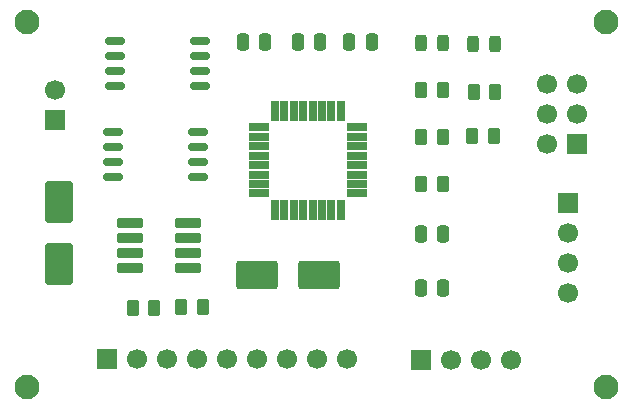
<source format=gbr>
%TF.GenerationSoftware,KiCad,Pcbnew,9.0.4*%
%TF.CreationDate,2025-12-07T17:14:32+03:30*%
%TF.ProjectId,MCU_Data logger003,4d43555f-4461-4746-9120-6c6f67676572,1*%
%TF.SameCoordinates,Original*%
%TF.FileFunction,Soldermask,Top*%
%TF.FilePolarity,Negative*%
%FSLAX46Y46*%
G04 Gerber Fmt 4.6, Leading zero omitted, Abs format (unit mm)*
G04 Created by KiCad (PCBNEW 9.0.4) date 2025-12-07 17:14:32*
%MOMM*%
%LPD*%
G01*
G04 APERTURE LIST*
G04 Aperture macros list*
%AMRoundRect*
0 Rectangle with rounded corners*
0 $1 Rounding radius*
0 $2 $3 $4 $5 $6 $7 $8 $9 X,Y pos of 4 corners*
0 Add a 4 corners polygon primitive as box body*
4,1,4,$2,$3,$4,$5,$6,$7,$8,$9,$2,$3,0*
0 Add four circle primitives for the rounded corners*
1,1,$1+$1,$2,$3*
1,1,$1+$1,$4,$5*
1,1,$1+$1,$6,$7*
1,1,$1+$1,$8,$9*
0 Add four rect primitives between the rounded corners*
20,1,$1+$1,$2,$3,$4,$5,0*
20,1,$1+$1,$4,$5,$6,$7,0*
20,1,$1+$1,$6,$7,$8,$9,0*
20,1,$1+$1,$8,$9,$2,$3,0*%
G04 Aperture macros list end*
%ADD10C,2.100000*%
%ADD11RoundRect,0.243750X-0.243750X-0.456250X0.243750X-0.456250X0.243750X0.456250X-0.243750X0.456250X0*%
%ADD12RoundRect,0.250000X-0.250000X-0.475000X0.250000X-0.475000X0.250000X0.475000X-0.250000X0.475000X0*%
%ADD13RoundRect,0.250000X-0.262500X-0.450000X0.262500X-0.450000X0.262500X0.450000X-0.262500X0.450000X0*%
%ADD14R,1.700000X1.700000*%
%ADD15C,1.700000*%
%ADD16RoundRect,0.250000X0.250000X0.475000X-0.250000X0.475000X-0.250000X-0.475000X0.250000X-0.475000X0*%
%ADD17RoundRect,0.162500X-0.650000X-0.162500X0.650000X-0.162500X0.650000X0.162500X-0.650000X0.162500X0*%
%ADD18RoundRect,0.250000X0.262500X0.450000X-0.262500X0.450000X-0.262500X-0.450000X0.262500X-0.450000X0*%
%ADD19RoundRect,0.099250X-0.987750X-0.297750X0.987750X-0.297750X0.987750X0.297750X-0.987750X0.297750X0*%
%ADD20RoundRect,0.094250X-0.742750X-0.282750X0.742750X-0.282750X0.742750X0.282750X-0.742750X0.282750X0*%
%ADD21RoundRect,0.094250X-0.282750X-0.742750X0.282750X-0.742750X0.282750X0.742750X-0.282750X0.742750X0*%
%ADD22RoundRect,0.250001X0.949999X-1.499999X0.949999X1.499999X-0.949999X1.499999X-0.949999X-1.499999X0*%
%ADD23RoundRect,0.250001X-1.499999X-0.949999X1.499999X-0.949999X1.499999X0.949999X-1.499999X0.949999X0*%
G04 APERTURE END LIST*
D10*
%TO.C,H4*%
X149984735Y-123438000D03*
%TD*%
%TO.C,H3*%
X149984735Y-92513000D03*
%TD*%
%TO.C,H2*%
X101009735Y-92513000D03*
%TD*%
%TO.C,H1*%
X101009735Y-123438000D03*
%TD*%
D11*
%TO.C,D2*%
X134356400Y-94363000D03*
X136231400Y-94363000D03*
%TD*%
D12*
%TO.C,C2*%
X136223900Y-115089400D03*
X134323900Y-115089400D03*
%TD*%
D13*
%TO.C,R4*%
X136166400Y-106301000D03*
X134341400Y-106301000D03*
%TD*%
D12*
%TO.C,C4*%
X136223900Y-110517400D03*
X134323900Y-110517400D03*
%TD*%
D13*
%TO.C,R7*%
X136166400Y-98274600D03*
X134341400Y-98274600D03*
%TD*%
%TO.C,R3*%
X136166400Y-102287800D03*
X134341400Y-102287800D03*
%TD*%
%TO.C,R6*%
X140498400Y-102198200D03*
X138673400Y-102198200D03*
%TD*%
D11*
%TO.C,D1*%
X140625000Y-94375000D03*
X138750000Y-94375000D03*
%TD*%
D13*
%TO.C,R5*%
X140600000Y-98489800D03*
X138775000Y-98489800D03*
%TD*%
D14*
%TO.C,J4*%
X147561700Y-102859000D03*
D15*
X145021700Y-102859000D03*
X147561700Y-100319000D03*
X145021700Y-100319000D03*
X147561700Y-97779000D03*
X145021700Y-97779000D03*
%TD*%
D12*
%TO.C,C1*%
X119225500Y-94273800D03*
X121125500Y-94273800D03*
%TD*%
D16*
%TO.C,C3*%
X125799100Y-94273800D03*
X123899100Y-94273800D03*
%TD*%
D17*
%TO.C,U3*%
X108460000Y-94146800D03*
X108460000Y-95416800D03*
X108460000Y-96686800D03*
X108460000Y-97956800D03*
X115635000Y-97956800D03*
X115635000Y-96686800D03*
X115635000Y-95416800D03*
X115635000Y-94146800D03*
%TD*%
D14*
%TO.C,BT1*%
X103360700Y-100827000D03*
D15*
X103360700Y-98287000D03*
%TD*%
D18*
%TO.C,R1*%
X111740800Y-116778200D03*
X109915800Y-116778200D03*
%TD*%
D19*
%TO.C,U2*%
X109674100Y-109539200D03*
X109674100Y-110809200D03*
X109674100Y-112079200D03*
X109674100Y-113349200D03*
X114624100Y-113349200D03*
X114624100Y-112079200D03*
X114624100Y-110809200D03*
X114624100Y-109539200D03*
%TD*%
D20*
%TO.C,U4*%
X120573900Y-101463000D03*
X120573900Y-102263000D03*
X120573900Y-103063000D03*
X120573900Y-103863000D03*
X120573900Y-104663000D03*
X120573900Y-105463000D03*
X120573900Y-106263000D03*
X120573900Y-107063000D03*
D21*
X121943900Y-108433000D03*
X122743900Y-108433000D03*
X123543900Y-108433000D03*
X124343900Y-108433000D03*
X125143900Y-108433000D03*
X125943900Y-108433000D03*
X126743900Y-108433000D03*
X127543900Y-108433000D03*
D20*
X128913900Y-107063000D03*
X128913900Y-106263000D03*
X128913900Y-105463000D03*
X128913900Y-104663000D03*
X128913900Y-103863000D03*
X128913900Y-103063000D03*
X128913900Y-102263000D03*
X128913900Y-101463000D03*
D21*
X127543900Y-100093000D03*
X126743900Y-100093000D03*
X125943900Y-100093000D03*
X125143900Y-100093000D03*
X124343900Y-100093000D03*
X123543900Y-100093000D03*
X122743900Y-100093000D03*
X121943900Y-100093000D03*
%TD*%
D14*
%TO.C,J3*%
X107780300Y-121096200D03*
D15*
X110320300Y-121096200D03*
X112860300Y-121096200D03*
X115400300Y-121096200D03*
X117940300Y-121096200D03*
X120480300Y-121096200D03*
X123020300Y-121096200D03*
X125560300Y-121096200D03*
X128100300Y-121096200D03*
%TD*%
D22*
%TO.C,Y1*%
X103716300Y-113028200D03*
X103716300Y-107828200D03*
%TD*%
D23*
%TO.C,Y2*%
X120471100Y-113984200D03*
X125671100Y-113984200D03*
%TD*%
D14*
%TO.C,J2*%
X134348700Y-121147000D03*
D15*
X136888700Y-121147000D03*
X139428700Y-121147000D03*
X141968700Y-121147000D03*
%TD*%
D14*
%TO.C,J1*%
X146773900Y-107903000D03*
D15*
X146773900Y-110443000D03*
X146773900Y-112983000D03*
X146773900Y-115523000D03*
%TD*%
D13*
%TO.C,R2*%
X114030600Y-116676600D03*
X115855600Y-116676600D03*
%TD*%
D17*
%TO.C,U1*%
X108256800Y-101868400D03*
X108256800Y-103138400D03*
X108256800Y-104408400D03*
X108256800Y-105678400D03*
X115431800Y-105678400D03*
X115431800Y-104408400D03*
X115431800Y-103138400D03*
X115431800Y-101868400D03*
%TD*%
D16*
%TO.C,C5*%
X130167900Y-94273800D03*
X128267900Y-94273800D03*
%TD*%
M02*

</source>
